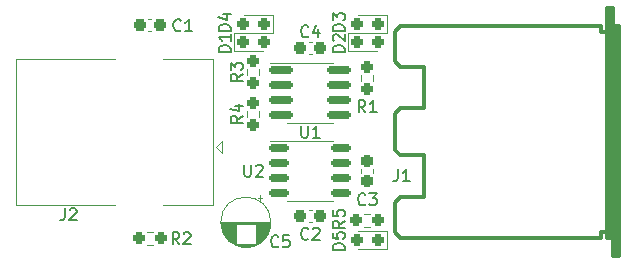
<source format=gto>
%TF.GenerationSoftware,KiCad,Pcbnew,(7.0.0)*%
%TF.CreationDate,2023-03-18T20:28:04-04:00*%
%TF.ProjectId,nabu-interface,6e616275-2d69-46e7-9465-72666163652e,rev?*%
%TF.SameCoordinates,Original*%
%TF.FileFunction,Legend,Top*%
%TF.FilePolarity,Positive*%
%FSLAX46Y46*%
G04 Gerber Fmt 4.6, Leading zero omitted, Abs format (unit mm)*
G04 Created by KiCad (PCBNEW (7.0.0)) date 2023-03-18 20:28:04*
%MOMM*%
%LPD*%
G01*
G04 APERTURE LIST*
G04 Aperture macros list*
%AMRoundRect*
0 Rectangle with rounded corners*
0 $1 Rounding radius*
0 $2 $3 $4 $5 $6 $7 $8 $9 X,Y pos of 4 corners*
0 Add a 4 corners polygon primitive as box body*
4,1,4,$2,$3,$4,$5,$6,$7,$8,$9,$2,$3,0*
0 Add four circle primitives for the rounded corners*
1,1,$1+$1,$2,$3*
1,1,$1+$1,$4,$5*
1,1,$1+$1,$6,$7*
1,1,$1+$1,$8,$9*
0 Add four rect primitives between the rounded corners*
20,1,$1+$1,$2,$3,$4,$5,0*
20,1,$1+$1,$4,$5,$6,$7,0*
20,1,$1+$1,$6,$7,$8,$9,0*
20,1,$1+$1,$8,$9,$2,$3,0*%
G04 Aperture macros list end*
%ADD10C,0.150000*%
%ADD11C,0.120000*%
%ADD12C,0.304800*%
%ADD13C,2.499360*%
%ADD14RoundRect,0.237500X-0.250000X-0.237500X0.250000X-0.237500X0.250000X0.237500X-0.250000X0.237500X0*%
%ADD15RoundRect,0.237500X0.287500X0.237500X-0.287500X0.237500X-0.287500X-0.237500X0.287500X-0.237500X0*%
%ADD16RoundRect,0.237500X0.237500X-0.250000X0.237500X0.250000X-0.237500X0.250000X-0.237500X-0.250000X0*%
%ADD17RoundRect,0.237500X-0.237500X0.250000X-0.237500X-0.250000X0.237500X-0.250000X0.237500X0.250000X0*%
%ADD18RoundRect,0.237500X-0.287500X-0.237500X0.287500X-0.237500X0.287500X0.237500X-0.287500X0.237500X0*%
%ADD19RoundRect,0.150000X-0.825000X-0.150000X0.825000X-0.150000X0.825000X0.150000X-0.825000X0.150000X0*%
%ADD20RoundRect,0.150000X-0.675000X-0.150000X0.675000X-0.150000X0.675000X0.150000X-0.675000X0.150000X0*%
%ADD21C,3.500000*%
%ADD22C,1.700000*%
%ADD23R,1.700000X1.700000*%
%ADD24C,1.200000*%
%ADD25R,1.200000X1.200000*%
%ADD26RoundRect,0.237500X-0.300000X-0.237500X0.300000X-0.237500X0.300000X0.237500X-0.300000X0.237500X0*%
%ADD27RoundRect,0.237500X-0.237500X0.300000X-0.237500X-0.300000X0.237500X-0.300000X0.237500X0.300000X0*%
%ADD28RoundRect,0.237500X0.300000X0.237500X-0.300000X0.237500X-0.300000X-0.237500X0.300000X-0.237500X0*%
G04 APERTURE END LIST*
D10*
%TO.C,R5*%
X95490380Y-109132666D02*
X95014190Y-109465999D01*
X95490380Y-109704094D02*
X94490380Y-109704094D01*
X94490380Y-109704094D02*
X94490380Y-109323142D01*
X94490380Y-109323142D02*
X94538000Y-109227904D01*
X94538000Y-109227904D02*
X94585619Y-109180285D01*
X94585619Y-109180285D02*
X94680857Y-109132666D01*
X94680857Y-109132666D02*
X94823714Y-109132666D01*
X94823714Y-109132666D02*
X94918952Y-109180285D01*
X94918952Y-109180285D02*
X94966571Y-109227904D01*
X94966571Y-109227904D02*
X95014190Y-109323142D01*
X95014190Y-109323142D02*
X95014190Y-109704094D01*
X94490380Y-108227904D02*
X94490380Y-108704094D01*
X94490380Y-108704094D02*
X94966571Y-108751713D01*
X94966571Y-108751713D02*
X94918952Y-108704094D01*
X94918952Y-108704094D02*
X94871333Y-108608856D01*
X94871333Y-108608856D02*
X94871333Y-108370761D01*
X94871333Y-108370761D02*
X94918952Y-108275523D01*
X94918952Y-108275523D02*
X94966571Y-108227904D01*
X94966571Y-108227904D02*
X95061809Y-108180285D01*
X95061809Y-108180285D02*
X95299904Y-108180285D01*
X95299904Y-108180285D02*
X95395142Y-108227904D01*
X95395142Y-108227904D02*
X95442761Y-108275523D01*
X95442761Y-108275523D02*
X95490380Y-108370761D01*
X95490380Y-108370761D02*
X95490380Y-108608856D01*
X95490380Y-108608856D02*
X95442761Y-108704094D01*
X95442761Y-108704094D02*
X95395142Y-108751713D01*
%TO.C,D5*%
X95490380Y-111609094D02*
X94490380Y-111609094D01*
X94490380Y-111609094D02*
X94490380Y-111370999D01*
X94490380Y-111370999D02*
X94538000Y-111228142D01*
X94538000Y-111228142D02*
X94633238Y-111132904D01*
X94633238Y-111132904D02*
X94728476Y-111085285D01*
X94728476Y-111085285D02*
X94918952Y-111037666D01*
X94918952Y-111037666D02*
X95061809Y-111037666D01*
X95061809Y-111037666D02*
X95252285Y-111085285D01*
X95252285Y-111085285D02*
X95347523Y-111132904D01*
X95347523Y-111132904D02*
X95442761Y-111228142D01*
X95442761Y-111228142D02*
X95490380Y-111370999D01*
X95490380Y-111370999D02*
X95490380Y-111609094D01*
X94490380Y-110132904D02*
X94490380Y-110609094D01*
X94490380Y-110609094D02*
X94966571Y-110656713D01*
X94966571Y-110656713D02*
X94918952Y-110609094D01*
X94918952Y-110609094D02*
X94871333Y-110513856D01*
X94871333Y-110513856D02*
X94871333Y-110275761D01*
X94871333Y-110275761D02*
X94918952Y-110180523D01*
X94918952Y-110180523D02*
X94966571Y-110132904D01*
X94966571Y-110132904D02*
X95061809Y-110085285D01*
X95061809Y-110085285D02*
X95299904Y-110085285D01*
X95299904Y-110085285D02*
X95395142Y-110132904D01*
X95395142Y-110132904D02*
X95442761Y-110180523D01*
X95442761Y-110180523D02*
X95490380Y-110275761D01*
X95490380Y-110275761D02*
X95490380Y-110513856D01*
X95490380Y-110513856D02*
X95442761Y-110609094D01*
X95442761Y-110609094D02*
X95395142Y-110656713D01*
%TO.C,R4*%
X86854380Y-100242666D02*
X86378190Y-100575999D01*
X86854380Y-100814094D02*
X85854380Y-100814094D01*
X85854380Y-100814094D02*
X85854380Y-100433142D01*
X85854380Y-100433142D02*
X85902000Y-100337904D01*
X85902000Y-100337904D02*
X85949619Y-100290285D01*
X85949619Y-100290285D02*
X86044857Y-100242666D01*
X86044857Y-100242666D02*
X86187714Y-100242666D01*
X86187714Y-100242666D02*
X86282952Y-100290285D01*
X86282952Y-100290285D02*
X86330571Y-100337904D01*
X86330571Y-100337904D02*
X86378190Y-100433142D01*
X86378190Y-100433142D02*
X86378190Y-100814094D01*
X86187714Y-99385523D02*
X86854380Y-99385523D01*
X85806761Y-99623618D02*
X86521047Y-99861713D01*
X86521047Y-99861713D02*
X86521047Y-99242666D01*
%TO.C,R3*%
X86854380Y-96686666D02*
X86378190Y-97019999D01*
X86854380Y-97258094D02*
X85854380Y-97258094D01*
X85854380Y-97258094D02*
X85854380Y-96877142D01*
X85854380Y-96877142D02*
X85902000Y-96781904D01*
X85902000Y-96781904D02*
X85949619Y-96734285D01*
X85949619Y-96734285D02*
X86044857Y-96686666D01*
X86044857Y-96686666D02*
X86187714Y-96686666D01*
X86187714Y-96686666D02*
X86282952Y-96734285D01*
X86282952Y-96734285D02*
X86330571Y-96781904D01*
X86330571Y-96781904D02*
X86378190Y-96877142D01*
X86378190Y-96877142D02*
X86378190Y-97258094D01*
X85854380Y-96353332D02*
X85854380Y-95734285D01*
X85854380Y-95734285D02*
X86235333Y-96067618D01*
X86235333Y-96067618D02*
X86235333Y-95924761D01*
X86235333Y-95924761D02*
X86282952Y-95829523D01*
X86282952Y-95829523D02*
X86330571Y-95781904D01*
X86330571Y-95781904D02*
X86425809Y-95734285D01*
X86425809Y-95734285D02*
X86663904Y-95734285D01*
X86663904Y-95734285D02*
X86759142Y-95781904D01*
X86759142Y-95781904D02*
X86806761Y-95829523D01*
X86806761Y-95829523D02*
X86854380Y-95924761D01*
X86854380Y-95924761D02*
X86854380Y-96210475D01*
X86854380Y-96210475D02*
X86806761Y-96305713D01*
X86806761Y-96305713D02*
X86759142Y-96353332D01*
%TO.C,D4*%
X85838380Y-93067094D02*
X84838380Y-93067094D01*
X84838380Y-93067094D02*
X84838380Y-92828999D01*
X84838380Y-92828999D02*
X84886000Y-92686142D01*
X84886000Y-92686142D02*
X84981238Y-92590904D01*
X84981238Y-92590904D02*
X85076476Y-92543285D01*
X85076476Y-92543285D02*
X85266952Y-92495666D01*
X85266952Y-92495666D02*
X85409809Y-92495666D01*
X85409809Y-92495666D02*
X85600285Y-92543285D01*
X85600285Y-92543285D02*
X85695523Y-92590904D01*
X85695523Y-92590904D02*
X85790761Y-92686142D01*
X85790761Y-92686142D02*
X85838380Y-92828999D01*
X85838380Y-92828999D02*
X85838380Y-93067094D01*
X85171714Y-91638523D02*
X85838380Y-91638523D01*
X84790761Y-91876618D02*
X85505047Y-92114713D01*
X85505047Y-92114713D02*
X85505047Y-91495666D01*
%TO.C,D3*%
X95490380Y-93067094D02*
X94490380Y-93067094D01*
X94490380Y-93067094D02*
X94490380Y-92828999D01*
X94490380Y-92828999D02*
X94538000Y-92686142D01*
X94538000Y-92686142D02*
X94633238Y-92590904D01*
X94633238Y-92590904D02*
X94728476Y-92543285D01*
X94728476Y-92543285D02*
X94918952Y-92495666D01*
X94918952Y-92495666D02*
X95061809Y-92495666D01*
X95061809Y-92495666D02*
X95252285Y-92543285D01*
X95252285Y-92543285D02*
X95347523Y-92590904D01*
X95347523Y-92590904D02*
X95442761Y-92686142D01*
X95442761Y-92686142D02*
X95490380Y-92828999D01*
X95490380Y-92828999D02*
X95490380Y-93067094D01*
X94490380Y-92162332D02*
X94490380Y-91543285D01*
X94490380Y-91543285D02*
X94871333Y-91876618D01*
X94871333Y-91876618D02*
X94871333Y-91733761D01*
X94871333Y-91733761D02*
X94918952Y-91638523D01*
X94918952Y-91638523D02*
X94966571Y-91590904D01*
X94966571Y-91590904D02*
X95061809Y-91543285D01*
X95061809Y-91543285D02*
X95299904Y-91543285D01*
X95299904Y-91543285D02*
X95395142Y-91590904D01*
X95395142Y-91590904D02*
X95442761Y-91638523D01*
X95442761Y-91638523D02*
X95490380Y-91733761D01*
X95490380Y-91733761D02*
X95490380Y-92019475D01*
X95490380Y-92019475D02*
X95442761Y-92114713D01*
X95442761Y-92114713D02*
X95395142Y-92162332D01*
%TO.C,D2*%
X95490380Y-94845094D02*
X94490380Y-94845094D01*
X94490380Y-94845094D02*
X94490380Y-94606999D01*
X94490380Y-94606999D02*
X94538000Y-94464142D01*
X94538000Y-94464142D02*
X94633238Y-94368904D01*
X94633238Y-94368904D02*
X94728476Y-94321285D01*
X94728476Y-94321285D02*
X94918952Y-94273666D01*
X94918952Y-94273666D02*
X95061809Y-94273666D01*
X95061809Y-94273666D02*
X95252285Y-94321285D01*
X95252285Y-94321285D02*
X95347523Y-94368904D01*
X95347523Y-94368904D02*
X95442761Y-94464142D01*
X95442761Y-94464142D02*
X95490380Y-94606999D01*
X95490380Y-94606999D02*
X95490380Y-94845094D01*
X94585619Y-93892713D02*
X94538000Y-93845094D01*
X94538000Y-93845094D02*
X94490380Y-93749856D01*
X94490380Y-93749856D02*
X94490380Y-93511761D01*
X94490380Y-93511761D02*
X94538000Y-93416523D01*
X94538000Y-93416523D02*
X94585619Y-93368904D01*
X94585619Y-93368904D02*
X94680857Y-93321285D01*
X94680857Y-93321285D02*
X94776095Y-93321285D01*
X94776095Y-93321285D02*
X94918952Y-93368904D01*
X94918952Y-93368904D02*
X95490380Y-93940332D01*
X95490380Y-93940332D02*
X95490380Y-93321285D01*
%TO.C,D1*%
X85838380Y-94845094D02*
X84838380Y-94845094D01*
X84838380Y-94845094D02*
X84838380Y-94606999D01*
X84838380Y-94606999D02*
X84886000Y-94464142D01*
X84886000Y-94464142D02*
X84981238Y-94368904D01*
X84981238Y-94368904D02*
X85076476Y-94321285D01*
X85076476Y-94321285D02*
X85266952Y-94273666D01*
X85266952Y-94273666D02*
X85409809Y-94273666D01*
X85409809Y-94273666D02*
X85600285Y-94321285D01*
X85600285Y-94321285D02*
X85695523Y-94368904D01*
X85695523Y-94368904D02*
X85790761Y-94464142D01*
X85790761Y-94464142D02*
X85838380Y-94606999D01*
X85838380Y-94606999D02*
X85838380Y-94845094D01*
X85838380Y-93321285D02*
X85838380Y-93892713D01*
X85838380Y-93606999D02*
X84838380Y-93606999D01*
X84838380Y-93606999D02*
X84981238Y-93702237D01*
X84981238Y-93702237D02*
X85076476Y-93797475D01*
X85076476Y-93797475D02*
X85124095Y-93892713D01*
%TO.C,U1*%
X91821095Y-101094380D02*
X91821095Y-101903904D01*
X91821095Y-101903904D02*
X91868714Y-101999142D01*
X91868714Y-101999142D02*
X91916333Y-102046761D01*
X91916333Y-102046761D02*
X92011571Y-102094380D01*
X92011571Y-102094380D02*
X92202047Y-102094380D01*
X92202047Y-102094380D02*
X92297285Y-102046761D01*
X92297285Y-102046761D02*
X92344904Y-101999142D01*
X92344904Y-101999142D02*
X92392523Y-101903904D01*
X92392523Y-101903904D02*
X92392523Y-101094380D01*
X93392523Y-102094380D02*
X92821095Y-102094380D01*
X93106809Y-102094380D02*
X93106809Y-101094380D01*
X93106809Y-101094380D02*
X93011571Y-101237238D01*
X93011571Y-101237238D02*
X92916333Y-101332476D01*
X92916333Y-101332476D02*
X92821095Y-101380095D01*
%TO.C,U2*%
X86995095Y-104396380D02*
X86995095Y-105205904D01*
X86995095Y-105205904D02*
X87042714Y-105301142D01*
X87042714Y-105301142D02*
X87090333Y-105348761D01*
X87090333Y-105348761D02*
X87185571Y-105396380D01*
X87185571Y-105396380D02*
X87376047Y-105396380D01*
X87376047Y-105396380D02*
X87471285Y-105348761D01*
X87471285Y-105348761D02*
X87518904Y-105301142D01*
X87518904Y-105301142D02*
X87566523Y-105205904D01*
X87566523Y-105205904D02*
X87566523Y-104396380D01*
X87995095Y-104491619D02*
X88042714Y-104444000D01*
X88042714Y-104444000D02*
X88137952Y-104396380D01*
X88137952Y-104396380D02*
X88376047Y-104396380D01*
X88376047Y-104396380D02*
X88471285Y-104444000D01*
X88471285Y-104444000D02*
X88518904Y-104491619D01*
X88518904Y-104491619D02*
X88566523Y-104586857D01*
X88566523Y-104586857D02*
X88566523Y-104682095D01*
X88566523Y-104682095D02*
X88518904Y-104824952D01*
X88518904Y-104824952D02*
X87947476Y-105396380D01*
X87947476Y-105396380D02*
X88566523Y-105396380D01*
%TO.C,R2*%
X81494333Y-111111380D02*
X81161000Y-110635190D01*
X80922905Y-111111380D02*
X80922905Y-110111380D01*
X80922905Y-110111380D02*
X81303857Y-110111380D01*
X81303857Y-110111380D02*
X81399095Y-110159000D01*
X81399095Y-110159000D02*
X81446714Y-110206619D01*
X81446714Y-110206619D02*
X81494333Y-110301857D01*
X81494333Y-110301857D02*
X81494333Y-110444714D01*
X81494333Y-110444714D02*
X81446714Y-110539952D01*
X81446714Y-110539952D02*
X81399095Y-110587571D01*
X81399095Y-110587571D02*
X81303857Y-110635190D01*
X81303857Y-110635190D02*
X80922905Y-110635190D01*
X81875286Y-110206619D02*
X81922905Y-110159000D01*
X81922905Y-110159000D02*
X82018143Y-110111380D01*
X82018143Y-110111380D02*
X82256238Y-110111380D01*
X82256238Y-110111380D02*
X82351476Y-110159000D01*
X82351476Y-110159000D02*
X82399095Y-110206619D01*
X82399095Y-110206619D02*
X82446714Y-110301857D01*
X82446714Y-110301857D02*
X82446714Y-110397095D01*
X82446714Y-110397095D02*
X82399095Y-110539952D01*
X82399095Y-110539952D02*
X81827667Y-111111380D01*
X81827667Y-111111380D02*
X82446714Y-111111380D01*
%TO.C,R1*%
X97242333Y-99935380D02*
X96909000Y-99459190D01*
X96670905Y-99935380D02*
X96670905Y-98935380D01*
X96670905Y-98935380D02*
X97051857Y-98935380D01*
X97051857Y-98935380D02*
X97147095Y-98983000D01*
X97147095Y-98983000D02*
X97194714Y-99030619D01*
X97194714Y-99030619D02*
X97242333Y-99125857D01*
X97242333Y-99125857D02*
X97242333Y-99268714D01*
X97242333Y-99268714D02*
X97194714Y-99363952D01*
X97194714Y-99363952D02*
X97147095Y-99411571D01*
X97147095Y-99411571D02*
X97051857Y-99459190D01*
X97051857Y-99459190D02*
X96670905Y-99459190D01*
X98194714Y-99935380D02*
X97623286Y-99935380D01*
X97909000Y-99935380D02*
X97909000Y-98935380D01*
X97909000Y-98935380D02*
X97813762Y-99078238D01*
X97813762Y-99078238D02*
X97718524Y-99173476D01*
X97718524Y-99173476D02*
X97623286Y-99221095D01*
%TO.C,J2*%
X71802666Y-108079380D02*
X71802666Y-108793666D01*
X71802666Y-108793666D02*
X71755047Y-108936523D01*
X71755047Y-108936523D02*
X71659809Y-109031761D01*
X71659809Y-109031761D02*
X71516952Y-109079380D01*
X71516952Y-109079380D02*
X71421714Y-109079380D01*
X72231238Y-108174619D02*
X72278857Y-108127000D01*
X72278857Y-108127000D02*
X72374095Y-108079380D01*
X72374095Y-108079380D02*
X72612190Y-108079380D01*
X72612190Y-108079380D02*
X72707428Y-108127000D01*
X72707428Y-108127000D02*
X72755047Y-108174619D01*
X72755047Y-108174619D02*
X72802666Y-108269857D01*
X72802666Y-108269857D02*
X72802666Y-108365095D01*
X72802666Y-108365095D02*
X72755047Y-108507952D01*
X72755047Y-108507952D02*
X72183619Y-109079380D01*
X72183619Y-109079380D02*
X72802666Y-109079380D01*
%TO.C,J1*%
X99996666Y-104777380D02*
X99996666Y-105491666D01*
X99996666Y-105491666D02*
X99949047Y-105634523D01*
X99949047Y-105634523D02*
X99853809Y-105729761D01*
X99853809Y-105729761D02*
X99710952Y-105777380D01*
X99710952Y-105777380D02*
X99615714Y-105777380D01*
X100996666Y-105777380D02*
X100425238Y-105777380D01*
X100710952Y-105777380D02*
X100710952Y-104777380D01*
X100710952Y-104777380D02*
X100615714Y-104920238D01*
X100615714Y-104920238D02*
X100520476Y-105015476D01*
X100520476Y-105015476D02*
X100425238Y-105063095D01*
%TO.C,C5*%
X89876333Y-111270142D02*
X89828714Y-111317761D01*
X89828714Y-111317761D02*
X89685857Y-111365380D01*
X89685857Y-111365380D02*
X89590619Y-111365380D01*
X89590619Y-111365380D02*
X89447762Y-111317761D01*
X89447762Y-111317761D02*
X89352524Y-111222523D01*
X89352524Y-111222523D02*
X89304905Y-111127285D01*
X89304905Y-111127285D02*
X89257286Y-110936809D01*
X89257286Y-110936809D02*
X89257286Y-110793952D01*
X89257286Y-110793952D02*
X89304905Y-110603476D01*
X89304905Y-110603476D02*
X89352524Y-110508238D01*
X89352524Y-110508238D02*
X89447762Y-110413000D01*
X89447762Y-110413000D02*
X89590619Y-110365380D01*
X89590619Y-110365380D02*
X89685857Y-110365380D01*
X89685857Y-110365380D02*
X89828714Y-110413000D01*
X89828714Y-110413000D02*
X89876333Y-110460619D01*
X90781095Y-110365380D02*
X90304905Y-110365380D01*
X90304905Y-110365380D02*
X90257286Y-110841571D01*
X90257286Y-110841571D02*
X90304905Y-110793952D01*
X90304905Y-110793952D02*
X90400143Y-110746333D01*
X90400143Y-110746333D02*
X90638238Y-110746333D01*
X90638238Y-110746333D02*
X90733476Y-110793952D01*
X90733476Y-110793952D02*
X90781095Y-110841571D01*
X90781095Y-110841571D02*
X90828714Y-110936809D01*
X90828714Y-110936809D02*
X90828714Y-111174904D01*
X90828714Y-111174904D02*
X90781095Y-111270142D01*
X90781095Y-111270142D02*
X90733476Y-111317761D01*
X90733476Y-111317761D02*
X90638238Y-111365380D01*
X90638238Y-111365380D02*
X90400143Y-111365380D01*
X90400143Y-111365380D02*
X90304905Y-111317761D01*
X90304905Y-111317761D02*
X90257286Y-111270142D01*
%TO.C,C4*%
X92416333Y-93490142D02*
X92368714Y-93537761D01*
X92368714Y-93537761D02*
X92225857Y-93585380D01*
X92225857Y-93585380D02*
X92130619Y-93585380D01*
X92130619Y-93585380D02*
X91987762Y-93537761D01*
X91987762Y-93537761D02*
X91892524Y-93442523D01*
X91892524Y-93442523D02*
X91844905Y-93347285D01*
X91844905Y-93347285D02*
X91797286Y-93156809D01*
X91797286Y-93156809D02*
X91797286Y-93013952D01*
X91797286Y-93013952D02*
X91844905Y-92823476D01*
X91844905Y-92823476D02*
X91892524Y-92728238D01*
X91892524Y-92728238D02*
X91987762Y-92633000D01*
X91987762Y-92633000D02*
X92130619Y-92585380D01*
X92130619Y-92585380D02*
X92225857Y-92585380D01*
X92225857Y-92585380D02*
X92368714Y-92633000D01*
X92368714Y-92633000D02*
X92416333Y-92680619D01*
X93273476Y-92918714D02*
X93273476Y-93585380D01*
X93035381Y-92537761D02*
X92797286Y-93252047D01*
X92797286Y-93252047D02*
X93416333Y-93252047D01*
%TO.C,C3*%
X97242333Y-107714142D02*
X97194714Y-107761761D01*
X97194714Y-107761761D02*
X97051857Y-107809380D01*
X97051857Y-107809380D02*
X96956619Y-107809380D01*
X96956619Y-107809380D02*
X96813762Y-107761761D01*
X96813762Y-107761761D02*
X96718524Y-107666523D01*
X96718524Y-107666523D02*
X96670905Y-107571285D01*
X96670905Y-107571285D02*
X96623286Y-107380809D01*
X96623286Y-107380809D02*
X96623286Y-107237952D01*
X96623286Y-107237952D02*
X96670905Y-107047476D01*
X96670905Y-107047476D02*
X96718524Y-106952238D01*
X96718524Y-106952238D02*
X96813762Y-106857000D01*
X96813762Y-106857000D02*
X96956619Y-106809380D01*
X96956619Y-106809380D02*
X97051857Y-106809380D01*
X97051857Y-106809380D02*
X97194714Y-106857000D01*
X97194714Y-106857000D02*
X97242333Y-106904619D01*
X97575667Y-106809380D02*
X98194714Y-106809380D01*
X98194714Y-106809380D02*
X97861381Y-107190333D01*
X97861381Y-107190333D02*
X98004238Y-107190333D01*
X98004238Y-107190333D02*
X98099476Y-107237952D01*
X98099476Y-107237952D02*
X98147095Y-107285571D01*
X98147095Y-107285571D02*
X98194714Y-107380809D01*
X98194714Y-107380809D02*
X98194714Y-107618904D01*
X98194714Y-107618904D02*
X98147095Y-107714142D01*
X98147095Y-107714142D02*
X98099476Y-107761761D01*
X98099476Y-107761761D02*
X98004238Y-107809380D01*
X98004238Y-107809380D02*
X97718524Y-107809380D01*
X97718524Y-107809380D02*
X97623286Y-107761761D01*
X97623286Y-107761761D02*
X97575667Y-107714142D01*
%TO.C,C2*%
X92416333Y-110635142D02*
X92368714Y-110682761D01*
X92368714Y-110682761D02*
X92225857Y-110730380D01*
X92225857Y-110730380D02*
X92130619Y-110730380D01*
X92130619Y-110730380D02*
X91987762Y-110682761D01*
X91987762Y-110682761D02*
X91892524Y-110587523D01*
X91892524Y-110587523D02*
X91844905Y-110492285D01*
X91844905Y-110492285D02*
X91797286Y-110301809D01*
X91797286Y-110301809D02*
X91797286Y-110158952D01*
X91797286Y-110158952D02*
X91844905Y-109968476D01*
X91844905Y-109968476D02*
X91892524Y-109873238D01*
X91892524Y-109873238D02*
X91987762Y-109778000D01*
X91987762Y-109778000D02*
X92130619Y-109730380D01*
X92130619Y-109730380D02*
X92225857Y-109730380D01*
X92225857Y-109730380D02*
X92368714Y-109778000D01*
X92368714Y-109778000D02*
X92416333Y-109825619D01*
X92797286Y-109825619D02*
X92844905Y-109778000D01*
X92844905Y-109778000D02*
X92940143Y-109730380D01*
X92940143Y-109730380D02*
X93178238Y-109730380D01*
X93178238Y-109730380D02*
X93273476Y-109778000D01*
X93273476Y-109778000D02*
X93321095Y-109825619D01*
X93321095Y-109825619D02*
X93368714Y-109920857D01*
X93368714Y-109920857D02*
X93368714Y-110016095D01*
X93368714Y-110016095D02*
X93321095Y-110158952D01*
X93321095Y-110158952D02*
X92749667Y-110730380D01*
X92749667Y-110730380D02*
X93368714Y-110730380D01*
%TO.C,C1*%
X81621333Y-92982142D02*
X81573714Y-93029761D01*
X81573714Y-93029761D02*
X81430857Y-93077380D01*
X81430857Y-93077380D02*
X81335619Y-93077380D01*
X81335619Y-93077380D02*
X81192762Y-93029761D01*
X81192762Y-93029761D02*
X81097524Y-92934523D01*
X81097524Y-92934523D02*
X81049905Y-92839285D01*
X81049905Y-92839285D02*
X81002286Y-92648809D01*
X81002286Y-92648809D02*
X81002286Y-92505952D01*
X81002286Y-92505952D02*
X81049905Y-92315476D01*
X81049905Y-92315476D02*
X81097524Y-92220238D01*
X81097524Y-92220238D02*
X81192762Y-92125000D01*
X81192762Y-92125000D02*
X81335619Y-92077380D01*
X81335619Y-92077380D02*
X81430857Y-92077380D01*
X81430857Y-92077380D02*
X81573714Y-92125000D01*
X81573714Y-92125000D02*
X81621333Y-92172619D01*
X82573714Y-93077380D02*
X82002286Y-93077380D01*
X82288000Y-93077380D02*
X82288000Y-92077380D01*
X82288000Y-92077380D02*
X82192762Y-92220238D01*
X82192762Y-92220238D02*
X82097524Y-92315476D01*
X82097524Y-92315476D02*
X82002286Y-92363095D01*
D11*
%TO.C,R5*%
X97154276Y-108570500D02*
X97663724Y-108570500D01*
X97154276Y-109615500D02*
X97663724Y-109615500D01*
%TO.C,D5*%
X96609000Y-111479000D02*
X99069000Y-111479000D01*
X99069000Y-110009000D02*
X96609000Y-110009000D01*
X99069000Y-111479000D02*
X99069000Y-110009000D01*
%TO.C,R4*%
X88279500Y-100330724D02*
X88279500Y-99821276D01*
X87234500Y-100330724D02*
X87234500Y-99821276D01*
%TO.C,R3*%
X88279500Y-96265276D02*
X88279500Y-96774724D01*
X87234500Y-96265276D02*
X87234500Y-96774724D01*
%TO.C,D4*%
X86957000Y-93191000D02*
X89417000Y-93191000D01*
X89417000Y-91721000D02*
X86957000Y-91721000D01*
X89417000Y-93191000D02*
X89417000Y-91721000D01*
%TO.C,D3*%
X96623000Y-93191000D02*
X99083000Y-93191000D01*
X99083000Y-91721000D02*
X96623000Y-91721000D01*
X99083000Y-93191000D02*
X99083000Y-91721000D01*
%TO.C,D2*%
X98209000Y-93245000D02*
X95749000Y-93245000D01*
X95749000Y-94715000D02*
X98209000Y-94715000D01*
X95749000Y-93245000D02*
X95749000Y-94715000D01*
%TO.C,D1*%
X86097000Y-93245000D02*
X86097000Y-94715000D01*
X86097000Y-94715000D02*
X88557000Y-94715000D01*
X88557000Y-93245000D02*
X86097000Y-93245000D01*
%TO.C,U1*%
X92583000Y-95738000D02*
X94533000Y-95738000D01*
X92583000Y-100858000D02*
X94533000Y-100858000D01*
X92583000Y-95738000D02*
X89133000Y-95738000D01*
X92583000Y-100858000D02*
X90633000Y-100858000D01*
%TO.C,U2*%
X92583000Y-107462000D02*
X90633000Y-107462000D01*
X92583000Y-102342000D02*
X94533000Y-102342000D01*
X92583000Y-107462000D02*
X94533000Y-107462000D01*
X92583000Y-102342000D02*
X89133000Y-102342000D01*
%TO.C,R2*%
X78739276Y-110094500D02*
X79248724Y-110094500D01*
X78739276Y-111139500D02*
X79248724Y-111139500D01*
%TO.C,R1*%
X96886500Y-96773276D02*
X96886500Y-97282724D01*
X97931500Y-96773276D02*
X97931500Y-97282724D01*
%TO.C,J2*%
X85097500Y-103350000D02*
X85097500Y-102350000D01*
X84597500Y-102850000D02*
X85097500Y-103350000D01*
X84377500Y-107760000D02*
X84377500Y-95440000D01*
X84377500Y-95440000D02*
X80117500Y-95440000D01*
X67657500Y-95440000D02*
X76017500Y-95440000D01*
X76017500Y-107760000D02*
X67657500Y-107760000D01*
X85097500Y-102350000D02*
X84597500Y-102850000D01*
X80117500Y-107760000D02*
X84377500Y-107760000D01*
X67657500Y-107760000D02*
X67657500Y-95440000D01*
D12*
%TO.C,J1*%
X117970300Y-110599220D02*
X117970300Y-91099640D01*
X118219220Y-92600780D02*
X118219220Y-110599220D01*
X118470680Y-112100360D02*
X118470680Y-92600780D01*
X100220780Y-110599220D02*
X117221000Y-110599220D01*
X100220780Y-110599220D02*
X99720400Y-110098840D01*
X99720400Y-110098840D02*
X99720400Y-107599480D01*
X99720400Y-107599480D02*
X100220780Y-107099100D01*
X100220780Y-107099100D02*
X102219760Y-107099100D01*
X102219760Y-107099100D02*
X102219760Y-103598980D01*
X100220780Y-92600780D02*
X117221000Y-92600780D01*
X100220780Y-92600780D02*
X99720400Y-93101160D01*
X99720400Y-93101160D02*
X99720400Y-95100140D01*
X99720400Y-95100140D02*
X99720400Y-95600520D01*
X99720400Y-95600520D02*
X100220780Y-96100900D01*
X100220780Y-96100900D02*
X102219760Y-96100900D01*
X102219760Y-96100900D02*
X102219760Y-99601020D01*
X99720400Y-103101140D02*
X100220780Y-103598980D01*
X100220780Y-103598980D02*
X102219760Y-103598980D01*
X99720400Y-103101140D02*
X99720400Y-100098860D01*
X99720400Y-100098860D02*
X100220780Y-99601020D01*
X100220780Y-99601020D02*
X102219760Y-99601020D01*
X118219220Y-91099640D02*
X118219220Y-92600780D01*
X118219220Y-92600780D02*
X118719600Y-92600780D01*
X118719600Y-92600780D02*
X118719600Y-112100360D01*
X118219220Y-112100360D02*
X118219220Y-110599220D01*
X118219220Y-110599220D02*
X117718840Y-110599220D01*
X117718840Y-110599220D02*
X117718840Y-91099640D01*
X117221000Y-92600780D02*
X117221000Y-93101160D01*
X117221000Y-110599220D02*
X117221000Y-110098840D01*
X117718840Y-93101160D02*
X117221000Y-93101160D01*
X117221000Y-110098840D02*
X117718840Y-110098840D01*
X118719600Y-112100360D02*
X118219220Y-112100360D01*
X117718840Y-91099640D02*
X118219220Y-91099640D01*
D11*
%TO.C,C5*%
X89242000Y-109247401D02*
G75*
G03*
X89242000Y-109247401I-2120000J0D01*
G01*
X89184000Y-109527401D02*
X87962000Y-109527401D01*
X89127000Y-109807401D02*
X87962000Y-109807401D01*
X88772000Y-110528401D02*
X87962000Y-110528401D01*
X89147000Y-109727401D02*
X87962000Y-109727401D01*
X88264000Y-111008401D02*
X87962000Y-111008401D01*
X89172000Y-109607401D02*
X87962000Y-109607401D01*
X86282000Y-110848401D02*
X85771000Y-110848401D01*
X89138000Y-109767401D02*
X87962000Y-109767401D01*
X86282000Y-109447401D02*
X85051000Y-109447401D01*
X87981000Y-111168401D02*
X86263000Y-111168401D01*
X86282000Y-110648401D02*
X85570000Y-110648401D01*
X86282000Y-109487401D02*
X85055000Y-109487401D01*
X87786000Y-111248401D02*
X86458000Y-111248401D01*
X88830000Y-110448401D02*
X87962000Y-110448401D01*
X89202000Y-109247401D02*
X85042000Y-109247401D01*
X86282000Y-110128401D02*
X85233000Y-110128401D01*
X88202000Y-111048401D02*
X87962000Y-111048401D01*
X86282000Y-111048401D02*
X86042000Y-111048401D01*
X86282000Y-110528401D02*
X85472000Y-110528401D01*
X86282000Y-110248401D02*
X85292000Y-110248401D01*
X86282000Y-109927401D02*
X85154000Y-109927401D01*
X89196000Y-109407401D02*
X85048000Y-109407401D01*
X89029000Y-110088401D02*
X87962000Y-110088401D01*
X86282000Y-109647401D02*
X85080000Y-109647401D01*
X89116000Y-109847401D02*
X87962000Y-109847401D01*
X86282000Y-110568401D02*
X85503000Y-110568401D01*
X86282000Y-110048401D02*
X85198000Y-110048401D01*
X88709000Y-110608401D02*
X87962000Y-110608401D01*
X88907000Y-110328401D02*
X87962000Y-110328401D01*
X86282000Y-110808401D02*
X85726000Y-110808401D01*
X89164000Y-109647401D02*
X87962000Y-109647401D01*
X88930000Y-110288401D02*
X87962000Y-110288401D01*
X86282000Y-110208401D02*
X85271000Y-110208401D01*
X88517000Y-107177600D02*
X88117000Y-107177600D01*
X89104000Y-109887401D02*
X87962000Y-109887401D01*
X87890000Y-111208401D02*
X86354000Y-111208401D01*
X89178000Y-109567401D02*
X87962000Y-109567401D01*
X88317000Y-106977600D02*
X88317000Y-107377600D01*
X86282000Y-110488401D02*
X85442000Y-110488401D01*
X86282000Y-109687401D02*
X85088000Y-109687401D01*
X86282000Y-110888401D02*
X85818000Y-110888401D01*
X89046000Y-110048401D02*
X87962000Y-110048401D01*
X86282000Y-110408401D02*
X85387000Y-110408401D01*
X89011000Y-110128401D02*
X87962000Y-110128401D01*
X88952000Y-110248401D02*
X87962000Y-110248401D01*
X88322000Y-110968401D02*
X87962000Y-110968401D01*
X88882000Y-110368401D02*
X87962000Y-110368401D01*
X86282000Y-110368401D02*
X85362000Y-110368401D01*
X88741000Y-110568401D02*
X87962000Y-110568401D01*
X88135000Y-111088401D02*
X86109000Y-111088401D01*
X86282000Y-110928401D02*
X85868000Y-110928401D01*
X86282000Y-110608401D02*
X85535000Y-110608401D01*
X88674000Y-110648401D02*
X87962000Y-110648401D01*
X88426000Y-110888401D02*
X87962000Y-110888401D01*
X86282000Y-110968401D02*
X85922000Y-110968401D01*
X86282000Y-110088401D02*
X85215000Y-110088401D01*
X86282000Y-109968401D02*
X85168000Y-109968401D01*
X86282000Y-110768401D02*
X85684000Y-110768401D01*
X86282000Y-109887401D02*
X85140000Y-109887401D01*
X86282000Y-109767401D02*
X85106000Y-109767401D01*
X86282000Y-110288401D02*
X85314000Y-110288401D01*
X86282000Y-109807401D02*
X85117000Y-109807401D01*
X86282000Y-109607401D02*
X85072000Y-109607401D01*
X86282000Y-110448401D02*
X85414000Y-110448401D01*
X88857000Y-110408401D02*
X87962000Y-110408401D01*
X88376000Y-110928401D02*
X87962000Y-110928401D01*
X86282000Y-110328401D02*
X85337000Y-110328401D01*
X86282000Y-109727401D02*
X85097000Y-109727401D01*
X88992000Y-110168401D02*
X87962000Y-110168401D01*
X86282000Y-110728401D02*
X85644000Y-110728401D01*
X88973000Y-110208401D02*
X87962000Y-110208401D01*
X89189000Y-109487401D02*
X87962000Y-109487401D01*
X89202000Y-109287401D02*
X85042000Y-109287401D01*
X89199000Y-109367401D02*
X85045000Y-109367401D01*
X89076000Y-109968401D02*
X87962000Y-109968401D01*
X86282000Y-110008401D02*
X85182000Y-110008401D01*
X89090000Y-109927401D02*
X87962000Y-109927401D01*
X88802000Y-110488401D02*
X87962000Y-110488401D01*
X88560000Y-110768401D02*
X87962000Y-110768401D01*
X88062000Y-111128401D02*
X86182000Y-111128401D01*
X89062000Y-110008401D02*
X87962000Y-110008401D01*
X89193000Y-109447401D02*
X87962000Y-109447401D01*
X89201000Y-109327401D02*
X85043000Y-109327401D01*
X87492000Y-111328401D02*
X86752000Y-111328401D01*
X87659000Y-111288401D02*
X86585000Y-111288401D01*
X89156000Y-109687401D02*
X87962000Y-109687401D01*
X86282000Y-109847401D02*
X85128000Y-109847401D01*
X86282000Y-110168401D02*
X85252000Y-110168401D01*
X86282000Y-109527401D02*
X85060000Y-109527401D01*
X86282000Y-110688401D02*
X85606000Y-110688401D01*
X88600000Y-110728401D02*
X87962000Y-110728401D01*
X88518000Y-110808401D02*
X87962000Y-110808401D01*
X86282000Y-111008401D02*
X85980000Y-111008401D01*
X88638000Y-110688401D02*
X87962000Y-110688401D01*
X88473000Y-110848401D02*
X87962000Y-110848401D01*
X86282000Y-109567401D02*
X85066000Y-109567401D01*
%TO.C,C4*%
X92436733Y-94998000D02*
X92729267Y-94998000D01*
X92436733Y-93978000D02*
X92729267Y-93978000D01*
%TO.C,C3*%
X97919000Y-104755733D02*
X97919000Y-105048267D01*
X96899000Y-104755733D02*
X96899000Y-105048267D01*
%TO.C,C2*%
X92729267Y-108202000D02*
X92436733Y-108202000D01*
X92729267Y-109222000D02*
X92436733Y-109222000D01*
%TO.C,C1*%
X78847733Y-92073000D02*
X79140267Y-92073000D01*
X78847733Y-93093000D02*
X79140267Y-93093000D01*
%TD*%
D13*
%TO.C,J1*%
X106222800Y-109098080D03*
X103720900Y-96603820D03*
X106220260Y-101600000D03*
X106222800Y-94101920D03*
X103720900Y-106596180D03*
X116217700Y-96598740D03*
X116217700Y-106601260D03*
%TD*%
%LPC*%
D14*
%TO.C,R5*%
X96496500Y-109093000D03*
X98321500Y-109093000D03*
%TD*%
D15*
%TO.C,D5*%
X98284000Y-110744000D03*
X96534000Y-110744000D03*
%TD*%
D16*
%TO.C,R4*%
X87757000Y-99163500D03*
X87757000Y-100988500D03*
%TD*%
D17*
%TO.C,R3*%
X87757000Y-95607500D03*
X87757000Y-97432500D03*
%TD*%
D15*
%TO.C,D4*%
X88632000Y-92456000D03*
X86882000Y-92456000D03*
%TD*%
%TO.C,D3*%
X98298000Y-92456000D03*
X96548000Y-92456000D03*
%TD*%
D18*
%TO.C,D2*%
X96534000Y-93980000D03*
X98284000Y-93980000D03*
%TD*%
%TO.C,D1*%
X88632000Y-93980000D03*
X86882000Y-93980000D03*
%TD*%
D19*
%TO.C,U1*%
X90108000Y-96393000D03*
X90108000Y-97663000D03*
X90108000Y-98933000D03*
X90108000Y-100203000D03*
X95058000Y-100203000D03*
X95058000Y-98933000D03*
X95058000Y-97663000D03*
X95058000Y-96393000D03*
%TD*%
D20*
%TO.C,U2*%
X89958000Y-102997000D03*
X89958000Y-104267000D03*
X89958000Y-105537000D03*
X89958000Y-106807000D03*
X95208000Y-106807000D03*
X95208000Y-105537000D03*
X95208000Y-104267000D03*
X95208000Y-102997000D03*
%TD*%
D14*
%TO.C,R2*%
X78081500Y-110617000D03*
X79906500Y-110617000D03*
%TD*%
D17*
%TO.C,R1*%
X97409000Y-97940500D03*
X97409000Y-96115500D03*
%TD*%
D21*
%TO.C,J2*%
X78067500Y-95580000D03*
X78067500Y-107620000D03*
D22*
X80777500Y-102850000D03*
X80777500Y-100350000D03*
X82777500Y-100350000D03*
D23*
X82777499Y-102849999D03*
%TD*%
D13*
%TO.C,J1*%
X106222800Y-109098080D03*
X103720900Y-96603820D03*
X106220260Y-101600000D03*
X106222800Y-94101920D03*
X103720900Y-106596180D03*
X116217700Y-96598740D03*
X116217700Y-106601260D03*
%TD*%
D24*
%TO.C,C5*%
X87122000Y-110247401D03*
D25*
X87121999Y-108247400D03*
%TD*%
D26*
%TO.C,C4*%
X93445500Y-94488000D03*
X91720500Y-94488000D03*
%TD*%
D27*
%TO.C,C3*%
X97409000Y-104039500D03*
X97409000Y-105764500D03*
%TD*%
D28*
%TO.C,C2*%
X91720500Y-108712000D03*
X93445500Y-108712000D03*
%TD*%
D26*
%TO.C,C1*%
X78131500Y-92583000D03*
X79856500Y-92583000D03*
%TD*%
M02*

</source>
